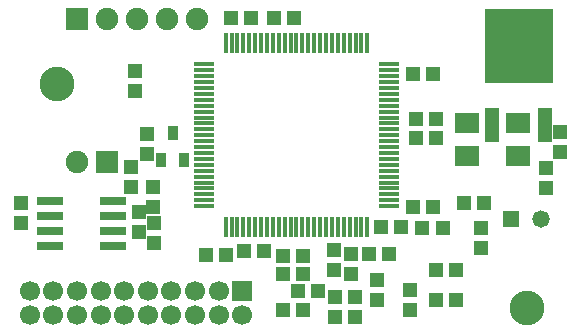
<source format=gbr>
G04 DipTrace 2.4.0.2*
%INTopMask.gbr*%
%MOIN*%
%ADD27R,0.0669X0.0669*%
%ADD28C,0.0669*%
%ADD38C,0.116*%
%ADD44R,0.0787X0.0709*%
%ADD46R,0.0866X0.0315*%
%ADD47R,0.0709X0.0157*%
%ADD48R,0.2264X0.25*%
%ADD50R,0.0472X0.1161*%
%ADD52R,0.0157X0.0709*%
%ADD57C,0.0748*%
%ADD58R,0.0748X0.0748*%
%ADD59R,0.0335X0.0492*%
%ADD61R,0.0579X0.0579*%
%ADD63C,0.0579*%
%ADD65R,0.0472X0.0512*%
%ADD67R,0.0512X0.0472*%
%FSLAX44Y44*%
G04*
G70*
G90*
G75*
G01*
%LNTopMask*%
%LPD*%
D67*
X12125Y15375D3*
X11456D3*
X10627Y7447D3*
X11296D3*
X17625Y11375D3*
X18295D3*
X17625Y12000D3*
X18295D3*
X12875Y15375D3*
X13544D3*
X17500Y13500D3*
X18170D3*
D65*
X22417Y11557D3*
Y10888D3*
D67*
X11887Y7597D3*
X12556D3*
X18501Y8375D3*
X17831D3*
X13188Y6812D3*
X13857D3*
X17107Y8407D3*
X16438D3*
X13188Y7437D3*
X13857D3*
D65*
X17407Y5617D3*
Y6286D3*
X16327Y5947D3*
Y6616D3*
X4447Y8527D3*
Y9196D3*
X8107Y9727D3*
Y10396D3*
X8887Y7867D3*
Y8536D3*
X8857Y9727D3*
Y9058D3*
X8377Y8227D3*
Y8896D3*
D63*
X21787Y8677D3*
D61*
X20787D3*
D59*
X9127Y10627D3*
X9875D3*
X9501Y11533D3*
D58*
X6307Y15337D3*
D57*
X7307D3*
X8307D3*
X9307D3*
X10307D3*
D27*
X11827Y6247D3*
D28*
X11040D3*
X10252D3*
X9465D3*
X8677D3*
X7890D3*
X7103D3*
X6315D3*
X5528D3*
X4740D3*
Y5460D3*
X5528D3*
X6315D3*
X7103D3*
X7890D3*
X8677D3*
X9465D3*
X10252D3*
X11040D3*
X11827D3*
D58*
X7327Y10567D3*
D57*
X6327D3*
D65*
X8257Y12937D3*
Y13606D3*
X21938Y9687D3*
Y10356D3*
D67*
X14917Y5407D3*
X15586D3*
X15577Y6067D3*
X14908D3*
X18937Y5947D3*
X18268D3*
X18277Y6967D3*
X18946D3*
X16063Y7499D3*
X16732D3*
D65*
X15457Y7507D3*
Y6838D3*
D67*
X17500Y9062D3*
X18170D3*
X13188Y5624D3*
X13857D3*
X14347Y6247D3*
X13678D3*
D65*
X14887Y7627D3*
Y6958D3*
X19777Y7687D3*
Y8356D3*
D67*
X19207Y9187D3*
X19876D3*
D65*
X8647Y11497D3*
Y10828D3*
D47*
X10562Y13813D3*
Y13616D3*
Y13419D3*
Y13222D3*
Y13025D3*
Y12828D3*
Y12631D3*
Y12435D3*
Y12238D3*
Y12041D3*
Y11844D3*
Y11647D3*
Y11450D3*
Y11254D3*
Y11057D3*
Y10860D3*
Y10663D3*
Y10466D3*
Y10269D3*
Y10072D3*
Y9876D3*
Y9679D3*
Y9482D3*
Y9285D3*
Y9088D3*
D52*
X11271Y8380D3*
X11468D3*
X11665D3*
X11861D3*
X12058D3*
X12255D3*
X12452D3*
X12649D3*
X12846D3*
X13043D3*
X13239D3*
X13436D3*
X13633D3*
X13830D3*
X14027D3*
X14224D3*
X14421D3*
X14617D3*
X14814D3*
X15011D3*
X15208D3*
X15405D3*
X15602D3*
X15798D3*
X15995D3*
D47*
X16704Y9088D3*
Y9285D3*
Y9482D3*
Y9679D3*
Y9876D3*
Y10072D3*
Y10269D3*
Y10466D3*
Y10663D3*
Y10860D3*
Y11057D3*
Y11254D3*
Y11450D3*
Y11647D3*
Y11844D3*
Y12041D3*
Y12238D3*
Y12435D3*
Y12631D3*
Y12828D3*
Y13025D3*
Y13222D3*
Y13419D3*
Y13616D3*
Y13813D3*
D52*
X15995Y14521D3*
X15798D3*
X15602D3*
X15405D3*
X15208D3*
X15011D3*
X14814D3*
X14617D3*
X14421D3*
X14224D3*
X14027D3*
X13830D3*
X13633D3*
X13436D3*
X13239D3*
X13043D3*
X12846D3*
X12649D3*
X12452D3*
X12255D3*
X12058D3*
X11861D3*
X11665D3*
X11468D3*
X11271D3*
D50*
X20137Y11797D3*
X21932D3*
D48*
X21035Y14435D3*
D46*
X5407Y9277D3*
Y8777D3*
Y8277D3*
Y7777D3*
X7533D3*
Y8277D3*
Y8777D3*
Y9277D3*
D44*
X21012Y11860D3*
Y10757D3*
X19324Y11860D3*
Y10757D3*
D38*
X21307Y5707D3*
X5647Y13147D3*
M02*

</source>
